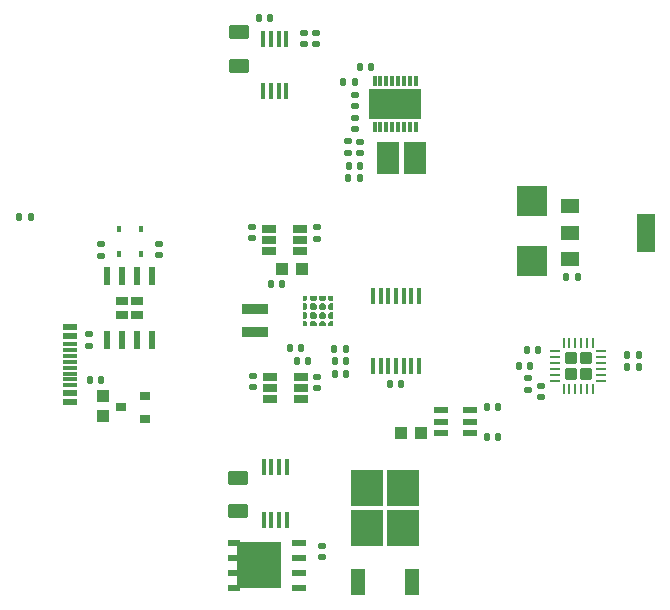
<source format=gbr>
%TF.GenerationSoftware,KiCad,Pcbnew,8.0.6*%
%TF.CreationDate,2024-11-11T10:33:33-08:00*%
%TF.ProjectId,BQ24257,42513234-3235-4372-9e6b-696361645f70,rev?*%
%TF.SameCoordinates,Original*%
%TF.FileFunction,Paste,Top*%
%TF.FilePolarity,Positive*%
%FSLAX46Y46*%
G04 Gerber Fmt 4.6, Leading zero omitted, Abs format (unit mm)*
G04 Created by KiCad (PCBNEW 8.0.6) date 2024-11-11 10:33:33*
%MOMM*%
%LPD*%
G01*
G04 APERTURE LIST*
G04 Aperture macros list*
%AMRoundRect*
0 Rectangle with rounded corners*
0 $1 Rounding radius*
0 $2 $3 $4 $5 $6 $7 $8 $9 X,Y pos of 4 corners*
0 Add a 4 corners polygon primitive as box body*
4,1,4,$2,$3,$4,$5,$6,$7,$8,$9,$2,$3,0*
0 Add four circle primitives for the rounded corners*
1,1,$1+$1,$2,$3*
1,1,$1+$1,$4,$5*
1,1,$1+$1,$6,$7*
1,1,$1+$1,$8,$9*
0 Add four rect primitives between the rounded corners*
20,1,$1+$1,$2,$3,$4,$5,0*
20,1,$1+$1,$4,$5,$6,$7,0*
20,1,$1+$1,$6,$7,$8,$9,0*
20,1,$1+$1,$8,$9,$2,$3,0*%
G04 Aperture macros list end*
%ADD10C,0.000000*%
%ADD11RoundRect,0.147500X0.147500X0.172500X-0.147500X0.172500X-0.147500X-0.172500X0.147500X-0.172500X0*%
%ADD12R,1.000000X1.000000*%
%ADD13RoundRect,0.147500X-0.147500X-0.172500X0.147500X-0.172500X0.147500X0.172500X-0.147500X0.172500X0*%
%ADD14RoundRect,0.147500X0.172500X-0.147500X0.172500X0.147500X-0.172500X0.147500X-0.172500X-0.147500X0*%
%ADD15RoundRect,0.250000X0.625000X-0.375000X0.625000X0.375000X-0.625000X0.375000X-0.625000X-0.375000X0*%
%ADD16R,1.160000X0.600000*%
%ADD17R,1.160000X0.300000*%
%ADD18RoundRect,0.147500X-0.172500X0.147500X-0.172500X-0.147500X0.172500X-0.147500X0.172500X0.147500X0*%
%ADD19R,0.450000X0.600000*%
%ADD20R,2.300000X0.850000*%
%ADD21R,0.300000X0.850000*%
%ADD22R,4.440000X2.540000*%
%ADD23R,0.600000X1.550000*%
%ADD24R,1.020000X0.705000*%
%ADD25R,2.750000X3.050000*%
%ADD26R,1.200000X2.200000*%
%ADD27R,0.450000X1.450000*%
%ADD28R,1.850000X2.800000*%
%ADD29R,1.270000X0.610000*%
%ADD30R,3.810000X3.910000*%
%ADD31R,1.020000X0.610000*%
%ADD32R,1.200000X0.600000*%
%ADD33R,1.220000X0.650000*%
%ADD34R,1.500000X1.200000*%
%ADD35R,1.500000X3.300000*%
%ADD36R,2.500000X2.550000*%
%ADD37R,0.900000X0.800000*%
%ADD38RoundRect,0.250000X-0.275000X-0.275000X0.275000X-0.275000X0.275000X0.275000X-0.275000X0.275000X0*%
%ADD39RoundRect,0.062500X-0.350000X-0.062500X0.350000X-0.062500X0.350000X0.062500X-0.350000X0.062500X0*%
%ADD40RoundRect,0.062500X-0.062500X-0.350000X0.062500X-0.350000X0.062500X0.350000X-0.062500X0.350000X0*%
G04 APERTURE END LIST*
D10*
%TO.C,U1*%
G36*
X56216600Y-110637579D02*
G01*
X56075179Y-110779000D01*
X55828930Y-110779000D01*
X55828930Y-110391330D01*
X56216600Y-110391330D01*
X56216600Y-110637579D01*
G37*
G36*
X56216600Y-112695221D02*
G01*
X56216600Y-112941470D01*
X55828930Y-112941470D01*
X55828930Y-112553800D01*
X56075179Y-112553800D01*
X56216600Y-112695221D01*
G37*
G36*
X58379070Y-110779000D02*
G01*
X58132821Y-110779000D01*
X57991400Y-110637579D01*
X57991400Y-110391330D01*
X58379070Y-110391330D01*
X58379070Y-110779000D01*
G37*
G36*
X58379070Y-112941470D02*
G01*
X57991400Y-112941470D01*
X57991400Y-112695221D01*
X58132821Y-112553800D01*
X58379070Y-112553800D01*
X58379070Y-112941470D01*
G37*
G36*
X56216600Y-111120421D02*
G01*
X56216600Y-111424979D01*
X56075179Y-111566400D01*
X55828930Y-111566400D01*
X55828930Y-110979000D01*
X56075179Y-110979000D01*
X56216600Y-111120421D01*
G37*
G36*
X56216600Y-111907821D02*
G01*
X56216600Y-112212379D01*
X56075179Y-112353800D01*
X55828930Y-112353800D01*
X55828930Y-111766400D01*
X56075179Y-111766400D01*
X56216600Y-111907821D01*
G37*
G36*
X57004000Y-110637579D02*
G01*
X56862579Y-110779000D01*
X56558021Y-110779000D01*
X56416600Y-110637579D01*
X56416600Y-110391330D01*
X57004000Y-110391330D01*
X57004000Y-110637579D01*
G37*
G36*
X57004000Y-112695221D02*
G01*
X57004000Y-112941470D01*
X56416600Y-112941470D01*
X56416600Y-112695221D01*
X56558021Y-112553800D01*
X56862579Y-112553800D01*
X57004000Y-112695221D01*
G37*
G36*
X57791400Y-110637579D02*
G01*
X57649979Y-110779000D01*
X57345421Y-110779000D01*
X57204000Y-110637579D01*
X57204000Y-110391330D01*
X57791400Y-110391330D01*
X57791400Y-110637579D01*
G37*
G36*
X57791400Y-112695221D02*
G01*
X57791400Y-112941470D01*
X57204000Y-112941470D01*
X57204000Y-112695221D01*
X57345421Y-112553800D01*
X57649979Y-112553800D01*
X57791400Y-112695221D01*
G37*
G36*
X58379070Y-111566400D02*
G01*
X58132821Y-111566400D01*
X57991400Y-111424979D01*
X57991400Y-111120421D01*
X58132821Y-110979000D01*
X58379070Y-110979000D01*
X58379070Y-111566400D01*
G37*
G36*
X58379070Y-112353800D02*
G01*
X58132821Y-112353800D01*
X57991400Y-112212379D01*
X57991400Y-111907821D01*
X58132821Y-111766400D01*
X58379070Y-111766400D01*
X58379070Y-112353800D01*
G37*
G36*
X57004000Y-111120421D02*
G01*
X57004000Y-111424979D01*
X56862579Y-111566400D01*
X56558021Y-111566400D01*
X56416600Y-111424979D01*
X56416600Y-111120421D01*
X56558021Y-110979000D01*
X56862579Y-110979000D01*
X57004000Y-111120421D01*
G37*
G36*
X57004000Y-111907821D02*
G01*
X57004000Y-112212379D01*
X56862579Y-112353800D01*
X56558021Y-112353800D01*
X56416600Y-112212379D01*
X56416600Y-111907821D01*
X56558021Y-111766400D01*
X56862579Y-111766400D01*
X57004000Y-111907821D01*
G37*
G36*
X57791400Y-111120421D02*
G01*
X57791400Y-111424979D01*
X57649979Y-111566400D01*
X57345421Y-111566400D01*
X57204000Y-111424979D01*
X57204000Y-111120421D01*
X57345421Y-110979000D01*
X57649979Y-110979000D01*
X57791400Y-111120421D01*
G37*
G36*
X57791400Y-111907821D02*
G01*
X57791400Y-112212379D01*
X57649979Y-112353800D01*
X57345421Y-112353800D01*
X57204000Y-112212379D01*
X57204000Y-111907821D01*
X57345421Y-111766400D01*
X57649979Y-111766400D01*
X57791400Y-111907821D01*
G37*
%TD*%
D11*
%TO.C,R5*%
X59489000Y-115909000D03*
X58519000Y-115909000D03*
%TD*%
D12*
%TO.C,C_VHS1*%
X64150000Y-122000000D03*
X65850000Y-122000000D03*
%TD*%
D13*
%TO.C,R18*%
X71395000Y-122320000D03*
X72365000Y-122320000D03*
%TD*%
D14*
%TO.C,C_VC2*%
X59650000Y-98275000D03*
X59650000Y-97305000D03*
%TD*%
D15*
%TO.C,SOLAR_SENSE1*%
X50385000Y-128625000D03*
X50385000Y-125825000D03*
%TD*%
D16*
%TO.C,USB-C1*%
X36100000Y-113010000D03*
X36100000Y-113810000D03*
D17*
X36100000Y-114960000D03*
X36100000Y-115960000D03*
X36100000Y-116460000D03*
X36100000Y-117460000D03*
D16*
X36100000Y-118610000D03*
X36100000Y-119410000D03*
X36100000Y-119410000D03*
X36100000Y-118610000D03*
D17*
X36100000Y-117960000D03*
X36100000Y-116960000D03*
X36100000Y-115460000D03*
X36100000Y-114460000D03*
D16*
X36100000Y-113810000D03*
X36100000Y-113010000D03*
%TD*%
D18*
%TO.C,C2*%
X51570000Y-104536400D03*
X51570000Y-105506400D03*
%TD*%
D19*
%TO.C,D2*%
X40240600Y-104761900D03*
X40240600Y-106861900D03*
%TD*%
D13*
%TO.C,R17*%
X71390000Y-119770000D03*
X72360000Y-119770000D03*
%TD*%
D18*
%TO.C,Rpiset1*%
X57019000Y-104561400D03*
X57019000Y-105531400D03*
%TD*%
D13*
%TO.C,R6*%
X31845000Y-103720000D03*
X32815000Y-103720000D03*
%TD*%
%TO.C,C_VC3*%
X59280000Y-92310000D03*
X60250000Y-92310000D03*
%TD*%
%TO.C,R8*%
X83325000Y-115390000D03*
X84295000Y-115390000D03*
%TD*%
%TO.C,C_VC1*%
X59710000Y-99355000D03*
X60680000Y-99355000D03*
%TD*%
%TO.C,R4*%
X37780000Y-117480000D03*
X38750000Y-117480000D03*
%TD*%
D20*
%TO.C,Lo1*%
X51800000Y-113405000D03*
X51800000Y-111455000D03*
%TD*%
D18*
%TO.C,R12*%
X60240000Y-95310000D03*
X60240000Y-96280000D03*
%TD*%
%TO.C,R10*%
X60690000Y-97335000D03*
X60690000Y-98305000D03*
%TD*%
D14*
%TO.C,C5*%
X43644200Y-106951100D03*
X43644200Y-105981100D03*
%TD*%
D21*
%TO.C,IC2*%
X65410000Y-92180000D03*
X64910000Y-92180000D03*
X64410000Y-92180000D03*
X63910000Y-92180000D03*
X63410000Y-92180000D03*
X62910000Y-92180000D03*
X62410000Y-92180000D03*
X61910000Y-92180000D03*
X61910000Y-96080000D03*
X62410000Y-96080000D03*
X62910000Y-96080000D03*
X63410000Y-96080000D03*
X63910000Y-96080000D03*
X64410000Y-96080000D03*
X64910000Y-96080000D03*
X65410000Y-96080000D03*
D22*
X63660000Y-94130000D03*
%TD*%
D13*
%TO.C,R14*%
X60675000Y-90970000D03*
X61645000Y-90970000D03*
%TD*%
%TO.C,Cldo1*%
X58504000Y-114876400D03*
X59474000Y-114876400D03*
%TD*%
%TO.C,R9*%
X83315000Y-116400000D03*
X84285000Y-116400000D03*
%TD*%
D23*
%TO.C,UART1*%
X39250000Y-114120000D03*
X40520000Y-114120000D03*
X41790000Y-114120000D03*
X43060000Y-114120000D03*
X43060000Y-108720000D03*
X41790000Y-108720000D03*
X40520000Y-108720000D03*
X39250000Y-108720000D03*
D24*
X40520000Y-112007500D03*
X41790000Y-112007500D03*
X40520000Y-110832500D03*
X41790000Y-110832500D03*
%TD*%
D14*
%TO.C,C4*%
X38767400Y-106971700D03*
X38767400Y-106001700D03*
%TD*%
D25*
%TO.C,Q4*%
X61275000Y-130025000D03*
X64325000Y-130025000D03*
X61275000Y-126675000D03*
X64325000Y-126675000D03*
D26*
X60520000Y-134650000D03*
X65080000Y-134650000D03*
%TD*%
D18*
%TO.C,RPilim1*%
X57049000Y-117251400D03*
X57049000Y-118221400D03*
%TD*%
D27*
%TO.C,U8*%
X52485000Y-93055000D03*
X53135000Y-93055000D03*
X53785000Y-93055000D03*
X54435000Y-93055000D03*
X54435000Y-88605000D03*
X53785000Y-88605000D03*
X53135000Y-88605000D03*
X52485000Y-88605000D03*
%TD*%
%TO.C,U9*%
X52530000Y-129340000D03*
X53180000Y-129340000D03*
X53830000Y-129340000D03*
X54480000Y-129340000D03*
X54480000Y-124890000D03*
X53830000Y-124890000D03*
X53180000Y-124890000D03*
X52530000Y-124890000D03*
%TD*%
D18*
%TO.C,R16*%
X56980000Y-88095000D03*
X56980000Y-89065000D03*
%TD*%
D28*
%TO.C,L1*%
X65340000Y-98710000D03*
X63040000Y-98710000D03*
%TD*%
D13*
%TO.C,R11*%
X59695000Y-100425000D03*
X60665000Y-100425000D03*
%TD*%
D29*
%TO.C,Q2*%
X55500000Y-135085000D03*
X55500000Y-133815000D03*
X55500000Y-132545000D03*
X55500000Y-131275000D03*
D30*
X52140000Y-133180000D03*
D31*
X50035000Y-135085000D03*
X50035000Y-133815000D03*
X50035000Y-132545000D03*
X50035000Y-131275000D03*
%TD*%
D13*
%TO.C,Rdpmt1*%
X58549000Y-116976400D03*
X59519000Y-116976400D03*
%TD*%
D14*
%TO.C,R15*%
X55920000Y-89060000D03*
X55920000Y-88090000D03*
%TD*%
D18*
%TO.C,C1*%
X51609000Y-117156400D03*
X51609000Y-118126400D03*
%TD*%
D32*
%TO.C,IC1*%
X70000000Y-121990000D03*
X70000000Y-121040000D03*
X70000000Y-120090000D03*
X67500000Y-120090000D03*
X67500000Y-121040000D03*
X67500000Y-121990000D03*
%TD*%
D11*
%TO.C,Cboot1*%
X56285000Y-115900000D03*
X55315000Y-115900000D03*
%TD*%
D12*
%TO.C,C_Vusb1*%
X38890000Y-118830000D03*
X38890000Y-120530000D03*
%TD*%
D33*
%TO.C,U4*%
X53021600Y-117232400D03*
X53021600Y-118182400D03*
X53021600Y-119132400D03*
X55641600Y-119132400D03*
X55641600Y-118182400D03*
X55641600Y-117232400D03*
%TD*%
D14*
%TO.C,R3*%
X37700000Y-114620000D03*
X37700000Y-113650000D03*
%TD*%
D11*
%TO.C,R1*%
X75775000Y-115000000D03*
X74805000Y-115000000D03*
%TD*%
D18*
%TO.C,R2*%
X74912500Y-117380000D03*
X74912500Y-118350000D03*
%TD*%
D12*
%TO.C,Cbat1*%
X55743200Y-108149400D03*
X54043200Y-108149400D03*
%TD*%
D18*
%TO.C,R7*%
X75982500Y-118015000D03*
X75982500Y-118985000D03*
%TD*%
D34*
%TO.C,U3*%
X78480000Y-102750000D03*
X78480000Y-105050000D03*
D35*
X84880000Y-105050000D03*
D34*
X78480000Y-107250000D03*
%TD*%
D18*
%TO.C,R19*%
X57450000Y-131525000D03*
X57450000Y-132495000D03*
%TD*%
D36*
%TO.C,Cvsys1*%
X75230000Y-107435000D03*
X75230000Y-102385000D03*
%TD*%
D37*
%TO.C,Q3*%
X42450000Y-120780000D03*
X42450000Y-118880000D03*
X40450000Y-119830000D03*
%TD*%
D11*
%TO.C,Cldoin1*%
X79115000Y-108750000D03*
X78145000Y-108750000D03*
%TD*%
D33*
%TO.C,U5*%
X53000000Y-104700000D03*
X53000000Y-105650000D03*
X53000000Y-106600000D03*
X55620000Y-106600000D03*
X55620000Y-105650000D03*
X55620000Y-104700000D03*
%TD*%
D13*
%TO.C,CVREF1*%
X52095000Y-86830000D03*
X53065000Y-86830000D03*
%TD*%
D27*
%TO.C,U2*%
X61780000Y-116300000D03*
X62430000Y-116300000D03*
X63080000Y-116300000D03*
X63730000Y-116300000D03*
X64380000Y-116300000D03*
X65030000Y-116300000D03*
X65680000Y-116300000D03*
X65680000Y-110400000D03*
X65030000Y-110400000D03*
X64380000Y-110400000D03*
X63730000Y-110400000D03*
X63080000Y-110400000D03*
X62430000Y-110400000D03*
X61780000Y-110400000D03*
%TD*%
D15*
%TO.C,BAT_SENSE1*%
X50395000Y-90885000D03*
X50395000Y-88085000D03*
%TD*%
D11*
%TO.C,C3*%
X75085000Y-116300000D03*
X74115000Y-116300000D03*
%TD*%
D19*
%TO.C,D1*%
X42171000Y-106853300D03*
X42171000Y-104753300D03*
%TD*%
D11*
%TO.C,C6*%
X64187200Y-117879000D03*
X63217200Y-117879000D03*
%TD*%
D14*
%TO.C,R13*%
X60230000Y-94310000D03*
X60230000Y-93340000D03*
%TD*%
D11*
%TO.C,Csin1*%
X54079000Y-109416400D03*
X53109000Y-109416400D03*
%TD*%
D38*
%TO.C,ATTINY1627*%
X78510000Y-115670000D03*
X78510000Y-116970000D03*
X79810000Y-115670000D03*
X79810000Y-116970000D03*
D39*
X77222500Y-115070000D03*
X77222500Y-115570000D03*
X77222500Y-116070000D03*
X77222500Y-116570000D03*
X77222500Y-117070000D03*
X77222500Y-117570000D03*
D40*
X77910000Y-118257500D03*
X78410000Y-118257500D03*
X78910000Y-118257500D03*
X79410000Y-118257500D03*
X79910000Y-118257500D03*
X80410000Y-118257500D03*
D39*
X81097500Y-117570000D03*
X81097500Y-117070000D03*
X81097500Y-116570000D03*
X81097500Y-116070000D03*
X81097500Y-115570000D03*
X81097500Y-115070000D03*
D40*
X80410000Y-114382500D03*
X79910000Y-114382500D03*
X79410000Y-114382500D03*
X78910000Y-114382500D03*
X78410000Y-114382500D03*
X77910000Y-114382500D03*
%TD*%
D11*
%TO.C,Cpmid1*%
X55685000Y-114800000D03*
X54715000Y-114800000D03*
%TD*%
M02*

</source>
